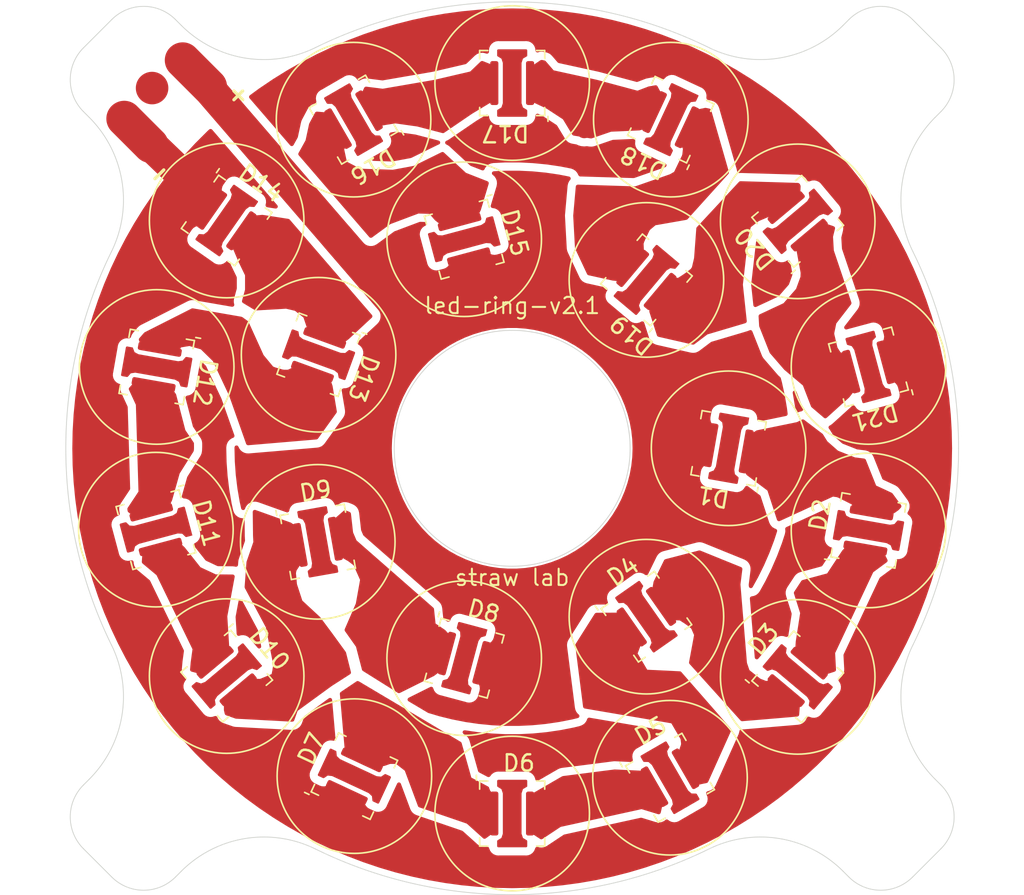
<source format=kicad_pcb>
(kicad_pcb (version 20221018) (generator pcbnew)
  (layers (0 "F.Cu" signal) (31 "B.Cu" signal) (34 "B.Paste" user) (35 "F.Paste" user) (36 "B.SilkS" user "B.Silkscreen") (37 "F.SilkS" user "F.Silkscreen") (38 "B.Mask" user) (39 "F.Mask" user) (44 "Edge.Cuts" user))
  (net 0 "")
  (net 1 "Net-(D1-K)")
  (net 2 "+VDC")
  (net 4 "Net-(D2-K)")
  (net 6 "Net-(D3-K)")
  (net 8 "Net-(D4-K)")
  (net 10 "Net-(D5-K)")
  (net 12 "Net-(D6-K)")
  (net 14 "-VDC")
  (net 16 "Net-(D8-K)")
  (net 18 "Net-(D10-A)")
  (net 20 "Net-(D10-K)")
  (net 22 "Net-(D11-K)")
  (net 24 "Net-(D12-K)")
  (net 26 "Net-(D13-K)")
  (net 29 "Net-(D15-K)")
  (net 31 "Net-(D16-K)")
  (net 33 "Net-(D17-K)")
  (net 35 "Net-(D18-K)")
  (net 37 "Net-(D19-K)")
  (net 39 "Net-(D20-K)")
  (footprint "victor_strawlab:TestPoint_Pad_D1.0mm_paste" (layer "F.Cu") (at -8.77 -14.37)
    (fp_text reference "TP13" hide)
    (fp_text value "TestPoint")
  )
  (footprint "victor_strawlab:OSRAM_SFH_4715AS_with_LISA4" (layer "F.Cu") (at -17.55 14 -140)
    (fp_text reference "D10")
    (fp_text value "LED_Pad")
  )
  (footprint "victor_strawlab:TestPoint_Pad_D1.0mm_paste" (layer "F.Cu") (at -4.25 18.54)
    (fp_text reference "TP6" hide)
    (fp_text value "TestPoint")
  )
  (footprint "victor_strawlab:TestPoint_Pad_D1.0mm_paste" (layer "F.Cu") (at 5.08 15.29)
    (fp_text reference "TP4" hide)
    (fp_text value "TestPoint")
  )
  (footprint "victor_strawlab:OSRAM_SFH_4715AS_with_LISA4" (layer "F.Cu") (at -9.75 -20.2 120)
    (fp_text reference "D16")
    (fp_text value "LED_Pad")
  )
  (footprint "victor_strawlab:OSRAM_SFH_4715AS_with_LISA4" (layer "F.Cu") (at 0 22.45 -90)
    (fp_text reference "D6")
    (fp_text value "LED_Pad")
  )
  (footprint "victor_strawlab:OSRAM_SFH_4715AS_with_LISA4" (layer "F.Cu") (at -17.55 -14 -125)
    (fp_text reference "D14")
    (fp_text value "LED_Pad")
  )
  (footprint "victor_strawlab:OSRAM_SFH_4715AS_with_LISA4" (layer "F.Cu") (at 17.55 14.05 -40)
    (fp_text reference "D3")
    (fp_text value "LED_Pad")
  )
  (footprint "victor_strawlab:OSRAM_SFH_4715AS_with_LISA4" (layer "F.Cu") (at -9.7 20.15 -25)
    (fp_text reference "D7")
    (fp_text value "LED_Pad")
  )
  (footprint "victor_strawlab:TestPoint_Pad_D1.0mm_paste" (layer "F.Cu") (at 18.09 8.81)
    (fp_text reference "TP2" hide)
    (fp_text value "TestPoint")
  )
  (footprint "MountingHole:MountingHole_2.2mm_M2" (layer "F.Cu") (at 22 -22)
    (fp_text reference "REF**" hide)
    (fp_text value "MountingHole_2.2mm_M2")
  )
  (footprint "victor_strawlab:TestPoint_Pad_D1.0mm_paste" (layer "F.Cu") (at 4.9 -15.23)
    (fp_text reference "TP16" hide)
    (fp_text value "TestPoint")
  )
  (footprint "victor_strawlab:TestPoint_Pad_D1.0mm_paste" (layer "F.Cu") (at -15.74 -1.26)
    (fp_text reference "TP11" hide)
    (fp_text value "TestPoint")
  )
  (footprint "victor_strawlab:OSRAM_SFH_4715AS_with_LISA4" (layer "F.Cu") (at 21.9 -5 105)
    (fp_text reference "D21")
    (fp_text value "LED_Pad")
  )
  (footprint "victor_strawlab:OSRAM_SFH_4715AS_with_LISA4" (layer "F.Cu") (at 9.7 20.25 -60)
    (fp_text reference "D5")
    (fp_text value "LED_Pad")
  )
  (footprint "victor_strawlab:OSRAM_SFH_4715AS_with_LISA4" (layer "F.Cu") (at -2.95 -12.85 -165)
    (fp_text reference "D15")
    (fp_text value "LED_Pad")
  )
  (footprint "victor_strawlab:TestPoint_Pad_D1.0mm_paste" (layer "F.Cu") (at 16.71 -7.81)
    (fp_text reference "TP18" hide)
    (fp_text value "TestPoint")
  )
  (footprint "victor_strawlab:TestPoint_Pad_D1.0mm_paste" (layer "F.Cu") (at -12.34 -11.44)
    (fp_text reference "TP12" hide)
    (fp_text value "TestPoint")
  )
  (footprint "victor_strawlab:OSRAM_SFH_4715AS_with_LISA4" (layer "F.Cu") (at -21.85 -5 170)
    (fp_text reference "D12")
    (fp_text value "LED_Pad")
  )
  (footprint "victor_strawlab:TestPoint_Pad_D1.0mm_paste" (layer "F.Cu") (at 4.67 20.59)
    (fp_text reference "TP5" hide)
    (fp_text value "TestPoint")
  )
  (footprint "victor_strawlab:OSRAM_SFH_4715AS_with_LISA4" (layer "F.Cu") (at 9.75 -20.2 65)
    (fp_text reference "D18")
    (fp_text value "LED_Pad")
  )
  (footprint "MountingHole:MountingHole_2.2mm_M2" (layer "F.Cu") (at 22 22)
    (fp_text reference "REF**" hide)
    (fp_text value "MountingHole_2.2mm_M2")
  )
  (footprint "victor_strawlab:OSRAM_SFH_4715AS_with_LISA4" (layer "F.Cu") (at -21.9 5 -165)
    (fp_text reference "D11")
    (fp_text value "LED_Pad")
  )
  (footprint "victor_strawlab:OSRAM_SFH_4715AS_with_LISA4" (layer "F.Cu") (at 8.25 -10.35 50)
    (fp_text reference "D19")
    (fp_text value "LED_Pad")
  )
  (footprint "victor_strawlab:OSRAM_SFH_4715AS_with_LISA4" (layer "F.Cu") (at -2.95 12.9 -105)
    (fp_text reference "D8")
    (fp_text value "LED_Pad")
  )
  (footprint "victor_strawlab:TestPoint_Pad_D1.0mm_paste" (layer "F.Cu") (at 13.37 -8.43)
    (fp_text reference "TP17" hide)
    (fp_text value "TestPoint")
  )
  (footprint "victor_strawlab:TestPoint_Pad_D1.0mm_paste" (layer "F.Cu") (at 13.38 7.82)
    (fp_text reference "TP3" hide)
    (fp_text value "TestPoint")
  )
  (footprint "victor_strawlab:TestPoint_Pad_D1.0mm_paste" (layer "F.Cu") (at -11.88 11.87)
    (fp_text reference "TP8" hide)
    (fp_text value "TestPoint")
  )
  (footprint "victor_strawlab:TestPoint_Pad_D1.0mm_paste" (layer "F.Cu") (at -8.72 10.9)
    (fp_text reference "TP7" hide)
    (fp_text value "TestPoint")
  )
  (footprint "victor_strawlab:TestPoint_Pad_D1.0mm_paste" (layer "F.Cu") (at -4.43 -19.97)
    (fp_text reference "TP14" hide)
    (fp_text value "TestPoint")
  )
  (footprint "victor_strawlab:OSRAM_SFH_4715AS_with_LISA4" (layer "F.Cu") (at 17.55 -13.95 40)
    (fp_text reference "D20")
    (fp_text value "LED_Pad")
  )
  (footprint "victor_strawlab:TestPoint_Pad_D1.0mm_paste" (layer "F.Cu") (at -20.06 -0.04)
    (fp_text reference "TP10" hide)
    (fp_text value "TestPoint")
  )
  (footprint "victor_strawlab:TestPoint_Pad_D1.0mm_paste" (layer "F.Cu") (at -17.78 8.49)
    (fp_text reference "TP9" hide)
    (fp_text value "TestPoint")
  )
  (footprint "victor_strawlab:OSRAM_SFH_4715AS_with_LISA4" (layer "F.Cu") (at -11.95 5.75 -80)
    (fp_text reference "D9")
    (fp_text value "LED_Pad")
  )
  (footprint "victor_strawlab:TestPoint_Pad_D1.0mm_paste" (layer "F.Cu") (at 4.43 -19.56)
    (fp_text reference "TP15" hide)
    (fp_text value "TestPoint")
  )
  (footprint "victor_strawlab:OSRAM_SFH_4715AS_with_LISA4" (layer "F.Cu") (at 8.25 10.35 -55)
    (fp_text reference "D4")
    (fp_text value "LED_Pad")
  )
  (footprint "victor_strawlab:OSRAM_SFH_4715AS_with_LISA4" (layer "F.Cu") (at 13.3 0 80)
    (fp_text reference "D1")
    (fp_text value "LED_Pad")
  )
  (footprint "victor_strawlab:OSRAM_SFH_4715AS_with_LISA4" (layer "F.Cu") (at 21.9 5.05 -10)
    (fp_text reference "D2")
    (fp_text value "LED_Pad")
  )
  (footprint "victor_strawlab:TestPoint_Pad_D1.0mm_paste" (layer "F.Cu") (at 18.92 0.11)
    (fp_text reference "TP1" hide)
    (fp_text value "TestPoint")
  )
  (footprint "MountingHole:MountingHole_2.2mm_M2" (layer "F.Cu") (at -22 22)
    (fp_text reference "REF**" hide)
    (fp_text value "MountingHole_2.2mm_M2")
  )
  (footprint "victor_strawlab:OSRAM_SFH_4715AS_with_LISA4" (layer "F.Cu") (at -11.9 -5.75 160)
    (fp_text reference "D13")
    (fp_text value "LED_Pad")
  )
  (footprint "victor_strawlab:OSRAM_SFH_4715AS_with_LISA4" (layer "F.Cu") (at 0 -22.45 90)
    (fp_text reference "D17")
    (fp_text value "LED_Pad")
  )
  (footprint "victor_strawlab:strawlab_led_conn_M_smd" (layer "F.Cu") (at -21.236051 -21.243949 -45)
    (fp_text reference "J1" hide)
    (fp_text value "Conn_01x02_Pin")
  )
  (gr_arc (start 20.696256 -26.353144) (mid 22.6541 -27.16411) (end 24.611944 -26.353144) (stroke (width 0.05)) (layer "Edge.Cuts"))
  (gr_line (start -24.612 26.3531) (end -26.3531 24.612) (stroke (width 0.05)) (layer "Edge.Cuts"))
  (gr_arc (start -24.628615 12.09388) (mid -23.990027 16.436758) (end -25.997289 20.340511) (stroke (width 0.05)) (layer "Edge.Cuts"))
  (gr_arc (start -12.09375 -24.628725) (mid 0.000072 -27.4378) (end 12.093879 -24.628661) (stroke (width 0.05)) (layer "Edge.Cuts"))
  (gr_line (start 24.612 -26.3531) (end 26.3531 -24.612) (stroke (width 0.05)) (layer "Edge.Cuts"))
  (gr_arc (start 24.628661 -12.093879) (mid 26.72629 -6.207922) (end 27.4378 0) (stroke (width 0.05)) (layer "Edge.Cuts"))
  (gr_line (start 20.3405 -25.9973) (end 20.6963 -26.3531) (stroke (width 0.05)) (layer "Edge.Cuts"))
  (gr_line (start -20.6963 -26.3531) (end -20.3405 -25.9973) (stroke (width 0.05)) (layer "Edge.Cuts"))
  (gr_arc (start 12.093879 24.628661) (mid 0.000072 27.4378) (end -12.09375 24.628725) (stroke (width 0.05)) (layer "Edge.Cuts"))
  (gr_arc (start 26.353144 -24.611944) (mid 27.16411 -22.6541) (end 26.353144 -20.696256) (stroke (width 0.05)) (layer "Edge.Cuts"))
  (gr_arc (start 20.340511 -25.997289) (mid 16.436777 -23.99003) (end 12.093914 -24.628599) (stroke (width 0.05)) (layer "Edge.Cuts"))
  (gr_line (start 26.3531 -20.6963) (end 25.9973 -20.3405) (stroke (width 0.05)) (layer "Edge.Cuts"))
  (gr_arc (start -20.696256 26.353144) (mid -22.6541 27.16411) (end -24.611944 26.353144) (stroke (width 0.05)) (layer "Edge.Cuts"))
  (gr_circle (center 0 0) (end 7.25 0) (stroke (width 0.05)) (fill none) (layer "Edge.Cuts"))
  (gr_line (start 20.6963 26.3531) (end 20.3405 25.9973) (stroke (width 0.05)) (layer "Edge.Cuts"))
  (gr_arc (start -24.628725 12.09375) (mid -27.4378 0) (end -24.628725 -12.09375) (stroke (width 0.05)) (layer "Edge.Cuts"))
  (gr_arc (start -25.997289 -20.340511) (mid -23.990027 -16.436758) (end -24.628615 -12.09388) (stroke (width 0.05)) (layer "Edge.Cuts"))
  (gr_arc (start 27.4378 0) (mid 26.72629 6.207922) (end 24.628661 12.093879) (stroke (width 0.05)) (layer "Edge.Cuts"))
  (gr_arc (start 12.093914 24.628599) (mid 16.436777 23.990031) (end 20.340511 25.997289) (stroke (width 0.05)) (layer "Edge.Cuts"))
  (gr_arc (start 24.628599 -12.093914) (mid 23.990031 -16.436777) (end 25.997289 -20.340511) (stroke (width 0.05)) (layer "Edge.Cuts"))
  (gr_line (start -25.9973 -20.3405) (end -26.3531 -20.6963) (stroke (width 0.05)) (layer "Edge.Cuts"))
  (gr_arc (start -20.340511 25.997289) (mid -16.436758 23.990027) (end -12.09388 24.628615) (stroke (width 0.05)) (layer "Edge.Cuts"))
  (gr_arc (start 26.353144 20.696256) (mid 27.16411 22.6541) (end 26.353144 24.611944) (stroke (width 0.05)) (layer "Edge.Cuts"))
  (gr_arc (start -26.353144 -20.696256) (mid -27.16411 -22.6541) (end -26.353144 -24.611944) (stroke (width 0.05)) (layer "Edge.Cuts"))
  (gr_arc (start 24.611944 26.353144) (mid 22.6541 27.16411) (end 20.696256 26.353144) (stroke (width 0.05)) (layer "Edge.Cuts"))
  (gr_line (start 26.3531 24.612) (end 24.612 26.3531) (stroke (width 0.05)) (layer "Edge.Cuts"))
  (gr_arc (start -12.09388 -24.628615) (mid -16.436758 -23.990027) (end -20.340511 -25.997289) (stroke (width 0.05)) (layer "Edge.Cuts"))
  (gr_line (start 25.9973 20.3405) (end 26.3531 20.6963) (stroke (width 0.05)) (layer "Edge.Cuts"))
  (gr_arc (start -26.353144 24.611944) (mid -27.16411 22.6541) (end -26.353144 20.696256) (stroke (width 0.05)) (layer "Edge.Cuts"))
  (gr_line (start -20.3405 25.9973) (end -20.6963 26.3531) (stroke (width 0.05)) (layer "Edge.Cuts"))
  (gr_line (start -26.3531 20.6963) (end -25.9973 20.3405) (stroke (width 0.05)) (layer "Edge.Cuts"))
  (gr_arc (start 25.997289 20.340511) (mid 23.99003 16.436777) (end 24.628599 12.093914) (stroke (width 0.05)) (layer "Edge.Cuts"))
  (gr_arc (start -24.611944 -26.353144) (mid -22.6541 -27.16411) (end -20.696256 -26.353144) (stroke (width 0.05)) (layer "Edge.Cuts"))
  (gr_line (start -26.3531 -24.612) (end -24.612 -26.3531) (stroke (width 0.05)) (layer "Edge.Cuts"))
  (gr_text "led-ring-v2.1" (at 0 -8.18) (layer "F.SilkS") (effects (font (size 1 1) (thickness 0.125)) (justify bottom)))
  (gr_text "straw lab" (at 0 8.53) (layer "F.SilkS") (effects (font (size 1 1) (thickness 0.125)) (justify bottom)))
  (segment (start 20.4 3.1) (end 14.383289 0.191013) (width 0.2) (layer "F.Cu") (net 1))
  (segment (start 22.091013 3.966711) (end 20.4 3.1) (width 0.2) (layer "F.Cu") (net 1))
  (segment (start -2.75 9) (end -0.6 9.4) (width 0.2) (layer "F.Cu") (net 2))
  (segment (start -2.665299 -11.787482) (end -1.8 -9.5) (width 0.2) (layer "F.Cu") (net 2))
  (segment (start -19.44 -23.04) (end -6.72 -8.29) (width 2) (layer "F.Cu") (net 2))
  (segment (start -1.887482 13.184701) (end -0.9 11.65) (width 0.2) (layer "F.Cu") (net 2))
  (segment (start -8.35 4.65) (end -2.75 9) (width 0.2) (layer "F.Cu") (net 2))
  (segment (start 6.1 7.5) (end 10 -0.15) (width 0.2) (layer "F.Cu") (net 2))
  (segment (start -0.6 9.4) (end 6.1 7.5) (width 0.2) (layer "F.Cu") (net 2))
  (segment (start -1.8 -9.5) (end -8 -4.85) (width 0.2) (layer "F.Cu") (net 2))
  (segment (start 6.25 -7.35) (end -1.8 -9.5) (width 0.2) (layer "F.Cu") (net 2))
  (segment (start 10 -0.15) (end 6.25 -7.35) (width 0.2) (layer "F.Cu") (net 2))
  (segment (start -8 -4.85) (end -8.35 4.65) (width 0.2) (layer "F.Cu") (net 2))
  (segment (start 10 -0.15) (end 12.216711 -0.191013) (width 0.2) (layer "F.Cu") (net 2))
  (segment (start -0.9 11.65) (end -0.6 9.4) (width 0.2) (layer "F.Cu") (net 2))
  (segment (start 18.257066 13.207351) (end 21.708987 6.133289) (width 0.2) (layer "F.Cu") (net 4))
  (segment (start 15.2 14.25) (end 16.842934 14.892649) (width 0.2) (layer "F.Cu") (net 6))
  (segment (start 10.75 10.75) (end 15.2 14.25) (width 0.2) (layer "F.Cu") (net 6))
  (segment (start 9.151067 9.719066) (end 10.75 10.75) (width 0.2) (layer "F.Cu") (net 6))
  (segment (start 10.45 17.85) (end 7.5 12.8) (width 0.2) (layer "F.Cu") (net 8))
  (segment (start 7.5 12.8) (end 7.348933 10.980934) (width 0.2) (layer "F.Cu") (net 8))
  (segment (start 10.652628 19.7) (end 10.45 17.85) (width 0.2) (layer "F.Cu") (net 8))
  (segment (start 1.1 22.45) (end 8.747372 20.8) (width 0.2) (layer "F.Cu") (net 10))
  (segment (start -7.2 19.1) (end -1.1 22.45) (width 0.2) (layer "F.Cu") (net 12))
  (segment (start -9.23512 19.153061) (end -7.2 19.1) (width 0.2) (layer "F.Cu") (net 12))
  (segment (start -20.25 16.1) (end -24.95 5.65) (width 0.2) (layer "F.Cu") (net 14))
  (segment (start -24.95 5.65) (end -24.982287 -1.55) (width 0.2) (layer "F.Cu") (net 14))
  (segment (start 25.1 5.45) (end 20.25 16.1) (width 0.2) (layer "F.Cu") (net 14))
  (segment (start 11.4 23.15) (end 0.05 25.95) (width 0.2) (layer "F.Cu") (net 14))
  (segment (start -11 23.1) (end -20.25 16.1) (width 0.2) (layer "F.Cu") (net 14))
  (segment (start -10.16488 21.146939) (end -11 23.1) (width 0.2) (layer "F.Cu") (net 14))
  (segment (start -24.8 -5.55) (end -20.05 -15.95) (width 0.2) (layer "F.Cu") (net 14))
  (segment (start 19.95 -16.15) (end 24.8 -6.1) (width 0.2) (layer "F.Cu") (net 14))
  (segment (start 24.8 -6.1) (end 25.1 5.45) (width 0.2) (layer "F.Cu") (net 14))
  (segment (start -24.982287 -1.55) (end -24.8 -5.55) (width 0.2) (layer "F.Cu") (net 14))
  (segment (start -0.15 -26) (end 11.25 -23.4) (width 0.2) (layer "F.Cu") (net 14))
  (segment (start 22.962518 -5.284701) (end 24.8 -6.1) (width 0.2) (layer "F.Cu") (net 14))
  (segment (start -18.451067 -14.630934) (end -20.05 -15.95) (width 0.2) (layer "F.Cu") (net 14))
  (segment (start 20.25 16.1) (end 11.4 23.15) (width 0.2) (layer "F.Cu") (net 14))
  (segment (start -23.032102 -19.447898) (end -20.18 -16.7) (width 2) (layer "F.Cu") (net 14))
  (segment (start -11.5 -23.3) (end -0.15 -26) (width 0.2) (layer "F.Cu") (net 14))
  (segment (start 0.05 25.95) (end -11 23.1) (width 0.2) (layer "F.Cu") (net 14))
  (segment (start 11.25 -23.4) (end 19.95 -16.15) (width 0.2) (layer "F.Cu") (net 14))
  (segment (start -10.866711 5.558987) (end -4.012518 12.615299) (width 0.2) (layer "F.Cu") (net 16))
  (segment (start -14.7 13.95) (end -13.033289 5.941013) (width 0.2) (layer "F.Cu") (net 18))
  (segment (start -16.842934 14.842649) (end -14.7 13.95) (width 0.2) (layer "F.Cu") (net 18))
  (segment (start -21.615299 6.062518) (end -18.257066 13.157351) (width 0.2) (layer "F.Cu") (net 20))
  (segment (start -22.041013 -3.916711) (end -22.184701 3.937482) (width 0.2) (layer "F.Cu") (net 22))
  (segment (start -19.84 -6.39) (end -14.09 -4.73) (width 0.2) (layer "F.Cu") (net 24))
  (segment (start -14.09 -4.73) (end -12.276222 -4.716338) (width 0.2) (layer "F.Cu") (net 24))
  (segment (start -21.658987 -6.083289) (end -19.84 -6.39) (width 0.2) (layer "F.Cu") (net 24))
  (segment (start -16.648933 -13.369066) (end -11.523778 -6.783662) (width 0.2) (layer "F.Cu") (net 26))
  (segment (start -3.234701 -13.912518) (end -10.25 -17.55) (width 0.2) (layer "F.Cu") (net 29))
  (segment (start -10.25 -17.55) (end -10.702628 -19.65) (width 0.2) (layer "F.Cu") (net 29))
  (segment (start -8.797372 -20.75) (end -1.1 -22.45) (width 0.2) (layer "F.Cu") (net 31))
  (segment (start 1.1 -22.45) (end 8.753061 -20.66488) (width 0.2) (layer "F.Cu") (net 33))
  (segment (start 8.05 -12.8) (end 7.407351 -11.057066) (width 0.2) (layer "F.Cu") (net 35))
  (segment (start 10.55 -18) (end 8.05 -12.8) (width 0.2) (layer "F.Cu") (net 35))
  (segment (start 10.746939 -19.73512) (end 10.55 -18) (width 0.2) (layer "F.Cu") (net 35))
  (segment (start 10.65 -10.65) (end 15.1 -14.05) (width 0.2) (layer "F.Cu") (net 37))
  (segment (start 15.1 -14.05) (end 16.842934 -14.792649) (width 0.2) (layer "F.Cu") (net 37))
  (segment (start 9.092649 -9.642934) (end 10.65 -10.65) (width 0.2) (layer "F.Cu") (net 37))
  (segment (start 18.257066 -13.107351) (end 19.9 -6.15) (width 0.2) (layer "F.Cu") (net 39))
  (segment (start 19.9 -6.15) (end 20.837482 -4.715299) (width 0.2) (layer "F.Cu") (net 39))
  (zone (net 26) (net_name "Net-(D13-K)") (layer "F.Cu") (priority 3) (connect_pads yes (clearance 0.5)) (min_thickness 0.25) (fill yes (thermal_gap 0.5) (thermal_bridge_width 0.5) (island_removal_mode 1) (island_area_min 10))
    (polygon (pts (xy -17.26 -12.5) (xy -16.83 -11.48) (xy -16.42 -10.63) (xy -16.42 -9.75) (xy -16.63 -8.98) (xy -15.78 -8.47) (xy -13.9 -8.58) (xy -13.35 -8.45) (xy -12.83 -8.04) (xy -12.55 -7.21) (xy -10.45 -6.41) (xy -10.05 -6.71) (xy -8.55 -8.1) (xy -8.52 -9.55) (xy -8.97 -9.84) (xy -9.51 -11.8) (xy -12.27 -13.87) (xy -15.35 -14.35) (xy -15.97 -14.3)))
  )
  (zone (net 37) (net_name "Net-(D19-K)") (layer "F.Cu") (priority 3) (connect_pads yes (clearance 0.5)) (min_thickness 0.25) (fill yes (thermal_gap 0.5) (thermal_bridge_width 0.5) (island_removal_mode 1) (island_area_min 10))
    (polygon (pts (xy 8.43 -8.88) (xy 8.43 -8.39) (xy 8.92 -6.87) (xy 11.15 -6.36) (xy 12 -7) (xy 14.43 -7.72) (xy 14.18 -10.06) (xy 14.52 -13.04) (xy 14.72 -13.79) (xy 15.32 -14.18) (xy 15.61 -14.28) (xy 15.99 -14.1) (xy 17.7 -15.47) (xy 17.73 -16.14) (xy 17.64 -16.31) (xy 13.98 -16.42) (xy 11.32 -13.56) (xy 11.18 -11.69) (xy 11.05 -11.14) (xy 10.85 -10.81) (xy 10.35 -10.46) (xy 9.8 -10.51)))
  )
  (zone (net 22) (net_name "Net-(D11-K)") (layer "F.Cu") (priority 3) (connect_pads yes (clearance 0.5)) (min_thickness 0.25) (fill yes (thermal_gap 0.5) (thermal_bridge_width 0.5) (island_removal_mode 1) (island_area_min 10))
    (polygon (pts (xy -21.09 3.6) (xy -20.9 3.18) (xy -20.44 1.55) (xy -19.57 0.17) (xy -19.56 -0.1) (xy -19.56 -0.33) (xy -20.09 -1.12) (xy -20.66 -3.32) (xy -20.97 -3.77) (xy -23.14 -4.16) (xy -23.59 -3.67) (xy -23.13 -2.67) (xy -22.97 2.66) (xy -23.66 3.7) (xy -23.63 3.9) (xy -23.23 4.22)))
  )
  (zone (net 24) (net_name "Net-(D12-K)") (layer "F.Cu") (priority 3) (connect_pads yes (clearance 0.5)) (min_thickness 0.25) (fill yes (thermal_gap 0.5) (thermal_bridge_width 0.5) (island_removal_mode 1) (island_area_min 10))
    (polygon (pts (xy -22.79 -6.26) (xy -22.97 -6.71) (xy -22.61 -7.12) (xy -19.67 -8.61) (xy -16.61 -8.08) (xy -16.22 -7.8) (xy -15.28 -5.73) (xy -14.7 -5.03) (xy -14.07 -4.69) (xy -13.26 -5.08) (xy -11.2 -4.31) (xy -11.04 -3.83) (xy -10.77 -2.22) (xy -11.97 -0.55) (xy -16.32 -0.18) (xy -17.4 -3.24) (xy -18.4 -5.36) (xy -19.37 -6.31) (xy -19.82 -6.41) (xy -20.32 -6.28) (xy -20.53 -5.86)))
  )
  (zone (net 39) (net_name "Net-(D20-K)") (layer "F.Cu") (priority 3) (connect_pads yes (clearance 0.5)) (min_thickness 0.25) (fill yes (thermal_gap 0.5) (thermal_bridge_width 0.5) (island_removal_mode 1) (island_area_min 10))
    (polygon (pts (xy 17.43 -12.41) (xy 17.73 -10.78) (xy 17.72 -10.54) (xy 17.45 -9.8) (xy 16.68 -8.92) (xy 15.14 -8.2) (xy 15.18 -7.5) (xy 15.83 -5.86) (xy 16.72 -4.83) (xy 17.87 -3.86) (xy 18.38 -2.54) (xy 19.25 -1.8) (xy 20.72 -3.13) (xy 21.1 -3.62) (xy 20.54 -5.85) (xy 20.09 -5.9) (xy 19.85 -6.24) (xy 19.74 -6.81) (xy 19.92 -7.67) (xy 20.87 -8.9) (xy 19.77 -12.16) (xy 19.72 -13) (xy 19.87 -13.61) (xy 19.11 -13.87)))
  )
  (zone (net 33) (net_name "Net-(D17-K)") (layer "F.Cu") (priority 3) (connect_pads yes (clearance 0.5)) (min_thickness 0.25) (fill yes (thermal_gap 0.5) (thermal_bridge_width 0.5) (island_removal_mode 1) (island_area_min 10))
    (polygon (pts (xy 1.12 -23.44) (xy 1.78 -23.88) (xy 2.03 -23.83) (xy 2.55 -23.23) (xy 5.2 -22.65) (xy 7.7 -21.98) (xy 8.38 -22.24) (xy 8.89 -22.33) (xy 9.23 -21.69) (xy 8.31 -19.68) (xy 7.83 -19.54) (xy 6.08 -19.46) (xy 4.86 -19.04) (xy 3.72 -19.23) (xy 3.12 -20.22) (xy 2.11 -20.88) (xy 1.08 -21.36)))
  )
  (zone (net 29) (net_name "Net-(D15-K)") (layer "F.Cu") (priority 3) (connect_pads yes (clearance 0.5)) (min_thickness 0.25) (fill yes (thermal_gap 0.5) (thermal_bridge_width 0.5) (island_removal_mode 1) (island_area_min 10))
    (polygon (pts (xy -11.23 -20.63) (xy -12.08 -20.7) (xy -12.48 -19.95) (xy -12.7 -18.93) (xy -13.32 -17.81) (xy -11.85 -14.52) (xy -9.24 -12.5) (xy -7.49 -13.78) (xy -5.76 -14.43) (xy -5.09 -14.41) (xy -4.74 -14.01) (xy -4.27 -13.64) (xy -2.14 -14.21) (xy -1.93 -14.64) (xy -1.41 -16.37) (xy -2.84 -16.93) (xy -4.26 -18.24) (xy -6.05 -17.36) (xy -7.34 -17.12) (xy -9.44 -17.19) (xy -10.17 -17.45) (xy -10.33 -17.88) (xy -10.39 -18.25) (xy -10.15 -18.72)))
  )
  (zone (net 1) (net_name "Net-(D1-K)") (layer "F.Cu") (priority 3) (connect_pads yes (clearance 0.5)) (min_thickness 0.25) (fill yes (thermal_gap 0.5) (thermal_bridge_width 0.5) (island_removal_mode 1) (island_area_min 10))
    (polygon (pts (xy 14.59 -0.82) (xy 15.02 -1.1) (xy 17.51 -1.61) (xy 17.88 -1.8) (xy 19.09 -0.88) (xy 19.37 -0.43) (xy 20.03 0.15) (xy 21.07 0.56) (xy 21.71 0.64) (xy 22.37 2.29) (xy 23.36 2.75) (xy 23.96 3.57) (xy 23.76 3.79) (xy 23.2 4.2) (xy 21 3.76) (xy 20.82 3.32) (xy 20.29 3.05) (xy 19.72 2.97) (xy 16.32 4.53) (xy 15.69 2.6) (xy 14.41 1.64) (xy 14.2 1.3)))
  )
  (zone (net 35) (net_name "Net-(D18-K)") (layer "F.Cu") (priority 3) (connect_pads yes (clearance 0.5)) (min_thickness 0.25) (fill yes (thermal_gap 0.5) (thermal_bridge_width 0.5) (island_removal_mode 1) (island_area_min 10))
    (polygon (pts (xy 10.31 -18.77) (xy 10.59 -18.22) (xy 10.56 -17.98) (xy 10.13 -17.1) (xy 9.71 -16.85) (xy 7.56 -16.1) (xy 3.92 -16.21) (xy 3.75 -14.3) (xy 3.86 -12.29) (xy 4.63 -10.65) (xy 6.17 -10.31) (xy 6.75 -10.25) (xy 8.11 -11.88) (xy 8.07 -12.73) (xy 8.32 -13.3) (xy 8.81 -13.71) (xy 10.75 -14.05) (xy 13.34 -16.92) (xy 12.21 -20.86) (xy 11.88 -20.93) (xy 11.21 -20.79)))
  )
  (zone (net 31) (net_name "Net-(D16-K)") (layer "F.Cu") (priority 3) (connect_pads yes (clearance 0.5)) (min_thickness 0.25) (fill yes (thermal_gap 0.5) (thermal_bridge_width 0.5) (island_removal_mode 1) (island_area_min 10))
    (polygon (pts (xy -9.31 -21.68) (xy -9.06 -22.24) (xy -7.96 -22.1) (xy -4.77 -22.65) (xy -2.58 -23.16) (xy -1.88 -23.83) (xy -1.1 -23.52) (xy -1.16 -21.35) (xy -2.47 -20.56) (xy -4.23 -19.36) (xy -5.84 -19.78) (xy -7.19 -19.97) (xy -8.24 -19.8)))
  )
  (zone (net 10) (net_name "Net-(D5-K)") (layer "F.Cu") (priority 3) (connect_pads yes (clearance 0.5)) (min_thickness 0.25) (fill yes (thermal_gap 0.5) (thermal_bridge_width 0.5) (island_removal_mode 1) (island_area_min 10))
    (polygon (pts (xy 8.18 19.83) (xy 6.29 19.74) (xy 3.09 20.15) (xy 1.1 21.3) (xy 1.07 23.59) (xy 1.79 24.06) (xy 2.98 23.27) (xy 7.95 22.18) (xy 9.1 22.53) (xy 9.28 21.73)))
  )
  (zone (net 2) (net_name "+VDC") (layer "F.Cu") (priority 1) (connect_pads yes (clearance 0.5)) (min_thickness 0.25) (fill yes (thermal_gap 0.5) (thermal_bridge_width 0.5))
    (polygon (pts (xy 17.0689 0) (xy 17.048967 -0.824656) (xy 16.989216 -1.647386) (xy 16.889786 -2.466269) (xy 16.750909 -3.279392) (xy 16.572909 -4.084855) (xy 16.356202 -4.880778) (xy 16.101295 -5.665302) (xy 15.808782 -6.436594) (xy 15.479348 -7.192853) (xy 15.11376 -7.932313) (xy 14.712874 -8.653247) (xy 14.277625 -9.353971) (xy 13.80903 -10.032848) (xy 13.308184 -10.688293) (xy 12.776255 -11.318774) (xy 12.214487 -11.922821) (xy 11.624192 -12.499021) (xy 11.006747 -13.046029) (xy 10.363596 -13.562567) (xy 9.69624 -14.047429) (xy 9.006239 -14.499483) (xy 8.295202 -14.917673) (xy 7.564792 -15.301022) (xy 6.816714 -15.648634) (xy 6.052715 -15.959699) (xy 5.27458 -16.233489) (xy 4.484126 -16.469364) (xy 3.683199 -16.666775) (xy 2.87367 -16.82526) (xy 2.057429 -16.944449) (xy 1.236382 -17.024063) (xy 0.412449 -17.063916) (xy -0.412449 -17.063916) (xy -1.236382 -17.024063) (xy -2.057429 -16.944449) (xy -2.87367 -16.82526) (xy -3.683199 -16.666775) (xy -4.484126 -16.469364) (xy -5.27458 -16.233489) (xy -6.052715 -15.959699) (xy -6.816714 -15.648634) (xy -7.564792 -15.301022) (xy -8.295202 -14.917673) (xy -9.006239 -14.499483) (xy -9.69624 -14.047429) (xy -10.363596 -13.562567) (xy -11.006747 -13.046029) (xy -11.624192 -12.499021) (xy -12.214487 -11.922821) (xy -12.776255 -11.318774) (xy -13.308184 -10.688293) (xy -13.80903 -10.032848) (xy -14.277625 -9.353971) (xy -14.712874 -8.653247) (xy -15.11376 -7.932313) (xy -15.479348 -7.192853) (xy -15.808782 -6.436594) (xy -16.101295 -5.665302) (xy -16.356202 -4.880778) (xy -16.572909 -4.084855) (xy -16.750909 -3.279392) (xy -16.889786 -2.466269) (xy -16.989216 -1.647386) (xy -17.048967 -0.824656) (xy -17.0689 0) (xy -17.048967 0.824656) (xy -16.989216 1.647386) (xy -16.889786 2.466269) (xy -16.750909 3.279392) (xy -16.572909 4.084855) (xy -16.356202 4.880778) (xy -16.101295 5.665302) (xy -15.808782 6.436594) (xy -15.479348 7.192853) (xy -15.11376 7.932313) (xy -14.712874 8.653247) (xy -14.277625 9.353971) (xy -13.80903 10.032848) (xy -13.308184 10.688293) (xy -12.776255 11.318774) (xy -12.214487 11.922821) (xy -11.624192 12.499021) (xy -11.006747 13.046029) (xy -10.363596 13.562567) (xy -9.69624 14.047429) (xy -9.006239 14.499483) (xy -8.295202 14.917673) (xy -7.564792 15.301022) (xy -6.816714 15.648634) (xy -6.052715 15.959699) (xy -5.27458 16.233489) (xy -4.484126 16.469364) (xy -3.683199 16.666775) (xy -2.87367 16.82526) (xy -2.057429 16.944449) (xy -1.236382 17.024063) (xy -0.412449 17.063916) (xy 0.412449 17.063916) (xy 1.236382 17.024063) (xy 2.057429 16.944449) (xy 2.87367 16.82526) (xy 3.683199 16.666775) (xy 4.484126 16.469364) (xy 5.27458 16.233489) (xy 6.052715 15.959699) (xy 6.816714 15.648634) (xy 7.564792 15.301022) (xy 8.295202 14.917673) (xy 9.006239 14.499483) (xy 9.69624 14.047429) (xy 10.363596 13.562567) (xy 11.006747 13.046029) (xy 11.624192 12.499021) (xy 12.214487 11.922821) (xy 12.776255 11.318774) (xy 13.308184 10.688293) (xy 13.80903 10.032848) (xy 14.277625 9.353971) (xy 14.712874 8.653247) (xy 15.11376 7.932313) (xy 15.479348 7.192853) (xy 15.808782 6.436594) (xy 16.101295 5.665302) (xy 16.356202 4.880778) (xy 16.572909 4.084855) (xy 16.750909 3.279392) (xy 16.889786 2.466269) (xy 16.989216 1.647386) (xy 17.048967 0.824656)))
  )
  (zone (net 4) (net_name "Net-(D2-K)") (layer "F.Cu") (priority 3) (connect_pads yes (clearance 0.5)) (min_thickness 0.25) (fill yes (thermal_gap 0.5) (thermal_bridge_width 0.5) (island_removal_mode 1) (island_area_min 10))
    (polygon (pts (xy 20.63 5.93) (xy 20.29 6.28) (xy 19.36 7.69) (xy 17.8 8.11) (xy 17.3 8.87) (xy 17.7 10.13) (xy 17.43 11.87) (xy 17.39 12.49) (xy 19.13 13.95) (xy 19.91 13.7) (xy 19.85 12.59) (xy 22.19 7.62) (xy 23.11 6.94) (xy 22.79 6.3)))
  )
  (zone (net 12) (net_name "Net-(D6-K)") (layer "F.Cu") (priority 3) (connect_pads yes (clearance 0.5)) (min_thickness 0.25) (fill yes (thermal_gap 0.5) (thermal_bridge_width 0.5) (island_removal_mode 1) (island_area_min 10))
    (polygon (pts (xy -1.1 23.6) (xy -1.71 24.04) (xy -2.79 23.07) (xy -5.77 22.05) (xy -6.6 19.82) (xy -7.14 19.4) (xy -7.5 19.4) (xy -8.22 19.65) (xy -10.28 18.67) (xy -10.6 15.02) (xy -9.5 14.28) (xy -3.12 18.07) (xy -2.51 20.24) (xy -1.29 20.89) (xy -1.09 21.28)))
  )
  (zone (net 8) (net_name "Net-(D4-K)") (layer "F.Cu") (priority 3) (connect_pads yes (clearance 0.5)) (min_thickness 0.25) (fill yes (thermal_gap 0.5) (thermal_bridge_width 0.5) (island_removal_mode 1) (island_area_min 10))
    (polygon (pts (xy 6.73 10.1) (xy 5.11 10.11) (xy 3.87 12.07) (xy 4.37 15.98) (xy 9.93 16.93) (xy 10.49 17.88) (xy 10.18 18.79) (xy 11.3 20.71) (xy 12.02 20.56) (xy 13.49 17.29) (xy 10.36 13.71) (xy 8.3 13.61) (xy 7.71 12.61) (xy 7.99 11.87)))
  )
  (zone (net 6) (net_name "Net-(D3-K)") (layer "F.Cu") (priority 3) (connect_pads yes (clearance 0.5)) (min_thickness 0.25) (fill yes (thermal_gap 0.5) (thermal_bridge_width 0.5) (island_removal_mode 1) (island_area_min 10))
    (polygon (pts (xy 15.98 14.22) (xy 15.44 14.34) (xy 15.16 14.22) (xy 14.65 13.83) (xy 14.43 13.19) (xy 14.03 8.37) (xy 14.16 7.34) (xy 11.52 6.27) (xy 9.36 6.83) (xy 8.69 8.2) (xy 8.57 8.88) (xy 9.74 10.56) (xy 10.58 10.59) (xy 10.95 10.95) (xy 11.18 11.48) (xy 10.86 13.21) (xy 14.08 16.78) (xy 17.63 16.48) (xy 17.7 15.63)))
  )
  (zone (net 0) (net_name "") (layer "F.Cu") (connect_pads (clearance 0)) (min_thickness 0.25)
    (keepout (tracks not_allowed) (vias not_allowed) (pads not_allowed) (copperpour not_allowed) (footprints allowed))
    (fill (thermal_gap 0.5) (thermal_bridge_width 0.5))
    (polygon (pts (xy 7.4 0) (xy 7.380259 -0.540165) (xy 7.321141 -1.077449) (xy 7.222961 -1.608983) (xy 7.086244 -2.131933) (xy 6.911719 -2.643509) (xy 6.700317 -3.14098) (xy 6.453166 -3.621692) (xy 6.171584 -4.083081) (xy 5.857074 -4.522685) (xy 5.511314 -4.938159) (xy 5.136149 -5.327286) (xy 4.73358 -5.687989) (xy 4.305756 -6.018344) (xy 3.854959 -6.316589) (xy 3.383593 -6.581132) (xy 2.894175 -6.810562) (xy 2.389315 -7.003654) (xy 1.871707 -7.159379) (xy 1.344113 -7.276906) (xy 0.809347 -7.355607) (xy 0.270263 -7.395063) (xy -0.270263 -7.395063) (xy -0.809347 -7.355607) (xy -1.344113 -7.276906) (xy -1.871707 -7.159379) (xy -2.389315 -7.003654) (xy -2.894175 -6.810562) (xy -3.383593 -6.581132) (xy -3.854959 -6.316589) (xy -4.305756 -6.018344) (xy -4.73358 -5.687989) (xy -5.136149 -5.327286) (xy -5.511314 -4.938159) (xy -5.857074 -4.522685) (xy -6.171584 -4.083081) (xy -6.453166 -3.621692) (xy -6.700317 -3.14098) (xy -6.911719 -2.643509) (xy -7.086244 -2.131933) (xy -7.222961 -1.608983) (xy -7.321141 -1.077449) (xy -7.380259 -0.540165) (xy -7.4 0) (xy -7.380259 0.540165) (xy -7.321141 1.077449) (xy -7.222961 1.608983) (xy -7.086244 2.131933) (xy -6.911719 2.643509) (xy -6.700317 3.14098) (xy -6.453166 3.621692) (xy -6.171584 4.083081) (xy -5.857074 4.522685) (xy -5.511314 4.938159) (xy -5.136149 5.327286) (xy -4.73358 5.687989) (xy -4.305756 6.018344) (xy -3.854959 6.316589) (xy -3.383593 6.581132) (xy -2.894175 6.810562) (xy -2.389315 7.003654) (xy -1.871707 7.159379) (xy -1.344113 7.276906) (xy -0.809347 7.355607) (xy -0.270263 7.395063) (xy 0.270263 7.395063) (xy 0.809347 7.355607) (xy 1.344113 7.276906) (xy 1.871707 7.159379) (xy 2.389315 7.003654) (xy 2.894175 6.810562) (xy 3.383593 6.581132) (xy 3.854959 6.316589) (xy 4.305756 6.018344) (xy 4.73358 5.687989) (xy 5.136149 5.327286) (xy 5.511314 4.938159) (xy 5.857074 4.522685) (xy 6.171584 4.083081) (xy 6.453166 3.621692) (xy 6.700317 3.14098) (xy 6.911719 2.643509) (xy 7.086244 2.131933) (xy 7.222961 1.608983) (xy 7.321141 1.077449) (xy 7.380259 0.540165)))
  )
  (zone (net 16) (net_name "Net-(D8-K)") (layer "F.Cu") (priority 3) (connect_pads yes (clearance 0.5)) (min_thickness 0.25) (fill yes (thermal_gap 0.5) (thermal_bridge_width 0.5) (island_removal_mode 1) (island_area_min 10))
    (polygon (pts (xy -3.74 11.58) (xy -4.12 11.17) (xy -4.71 10.77) (xy -4.81 9.83) (xy -9.57 5.66) (xy -9.78 5.17) (xy -9.92 3.94) (xy -10.3 3.79) (xy -11.06 4.45) (xy -10.65 6.61) (xy -10.08 6.94) (xy -9.75 7.19) (xy -9.35 8.09) (xy -9.61 9.54) (xy -10.32 11.18) (xy -9.6 12.2) (xy -9.22 13.66) (xy -6.97 15.07) (xy -4.8 13.99) (xy -4.3 13.61)))
  )
  (zone (net 20) (net_name "Net-(D10-K)") (layer "F.Cu") (priority 3) (connect_pads yes (clearance 0.5)) (min_thickness 0.25) (fill yes (thermal_gap 0.5) (thermal_bridge_width 0.5) (island_removal_mode 1) (island_area_min 10))
    (polygon (pts (xy -19.11 13.89) (xy -19.81 13.7) (xy -19.76 13.15) (xy -19.65 12.35) (xy -21.86 7.8) (xy -22.77 7.04) (xy -22.72 6.3) (xy -20.52 5.72) (xy -20.13 6.09) (xy -19.16 7.31) (xy -18.22 7.75) (xy -17.03 7.76) (xy -17.51 10.33) (xy -17.38 12.4)))
  )
  (zone (net 14) (net_name "-VDC") (layer "F.Cu") (connect_pads yes (clearance 0.5)) (min_thickness 0.25) (fill yes (thermal_gap 0.5) (thermal_bridge_width 0.5) (island_removal_mode 1) (island_area_min 10))
    (polygon (pts (xy 27.0378 0) (xy 27.017959 -1.035622) (xy 26.958466 -2.069723) (xy 26.859407 -3.100788) (xy 26.720928 -4.127301) (xy 26.543233 -5.147757) (xy 26.326582 -6.160658) (xy 26.071293 -7.164517) (xy 25.777741 -8.157861) (xy 25.446356 -9.139233) (xy 25.077626 -10.107191) (xy 24.67209 -11.060316) (xy 24.230345 -11.997208) (xy 23.753039 -12.916493) (xy 23.240871 -13.816821) (xy 22.694595 -14.696871) (xy 22.11501 -15.555351) (xy 21.50297 -16.391001) (xy 20.85937 -17.202596) (xy 20.185157 -17.988943) (xy 19.481319 -18.748889) (xy 18.748889 -19.481319) (xy 17.988943 -20.185157) (xy 17.202596 -20.85937) (xy 16.391001 -21.50297) (xy 15.555351 -22.11501) (xy 14.696871 -22.694595) (xy 13.816821 -23.240871) (xy 12.916493 -23.753039) (xy 11.997208 -24.230345) (xy 11.060316 -24.67209) (xy 10.107191 -25.077626) (xy 9.139233 -25.446356) (xy 8.157861 -25.777741) (xy 7.164517 -26.071293) (xy 6.160658 -26.326582) (xy 5.147757 -26.543233) (xy 4.127301 -26.720928) (xy 3.100788 -26.859407) (xy 2.069723 -26.958466) (xy 1.035622 -27.017959) (xy 0 -27.0378) (xy -1.035622 -27.017959) (xy -2.069723 -26.958466) (xy -3.100788 -26.859407) (xy -4.127301 -26.720928) (xy -5.147757 -26.543233) (xy -6.160658 -26.326582) (xy -7.164517 -26.071293) (xy -8.157861 -25.777741) (xy -9.139233 -25.446356) (xy -10.107191 -25.077626) (xy -11.060316 -24.67209) (xy -11.997208 -24.230345) (xy -12.916493 -23.753039) (xy -13.816821 -23.240871) (xy -14.696871 -22.694595) (xy -15.555351 -22.11501) (xy -16.391001 -21.50297) (xy -17.202596 -20.85937) (xy -17.988943 -20.185157) (xy -18.748889 -19.481319) (xy -19.481319 -18.748889) (xy -20.185157 -17.988943) (xy -20.85937 -17.202596) (xy -21.50297 -16.391001) (xy -22.11501 -15.555351) (xy -22.694595 -14.696871) (xy -23.240871 -13.816821) (xy -23.753039 -12.916493) (xy -24.230345 -11.997208) (xy -24.67209 -11.060316) (xy -25.077626 -10.107191) (xy -25.446356 -9.139233) (xy -25.777741 -8.157861) (xy -26.071293 -7.164517) (xy -26.326582 -6.160658) (xy -26.543233 -5.147757) (xy -26.720928 -4.127301) (xy -26.859407 -3.100788) (xy -26.958466 -2.069723) (xy -27.017959 -1.035622) (xy -27.0378 0) (xy -27.017959 1.035622) (xy -26.958466 2.069723) (xy -26.859407 3.100788) (xy -26.720928 4.127301) (xy -26.543233 5.147757) (xy -26.326582 6.160658) (xy -26.071293 7.164517) (xy -25.777741 8.157861) (xy -25.446356 9.139233) (xy -25.077626 10.107191) (xy -24.67209 11.060316) (xy -24.230345 11.997208) (xy -23.753039 12.916493) (xy -23.240871 13.816821) (xy -22.694595 14.696871) (xy -22.11501 15.555351) (xy -21.50297 16.391001) (xy -20.85937 17.202596) (xy -20.185157 17.988943) (xy -19.481319 18.748889) (xy -18.748889 19.481319) (xy -17.988943 20.185157) (xy -17.202596 20.85937) (xy -16.391001 21.50297) (xy -15.555351 22.11501) (xy -14.696871 22.694595) (xy -13.816821 23.240871) (xy -12.916493 23.753039) (xy -11.997208 24.230345) (xy -11.060316 24.67209) (xy -10.107191 25.077626) (xy -9.139233 25.446356) (xy -8.157861 25.777741) (xy -7.164517 26.071293) (xy -6.160658 26.326582) (xy -5.147757 26.543233) (xy -4.127301 26.720928) (xy -3.100788 26.859407) (xy -2.069723 26.958466) (xy -1.035622 27.017959) (xy 0 27.0378) (xy 1.035622 27.017959) (xy 2.069723 26.958466) (xy 3.100788 26.859407) (xy 4.127301 26.720928) (xy 5.147757 26.543233) (xy 6.160658 26.326582) (xy 7.164517 26.071293) (xy 8.157861 25.777741) (xy 9.139233 25.446356) (xy 10.107191 25.077626) (xy 11.060316 24.67209) (xy 11.997208 24.230345) (xy 12.916493 23.753039) (xy 13.816821 23.240871) (xy 14.696871 22.694595) (xy 15.555351 22.11501) (xy 16.391001 21.50297) (xy 17.202596 20.85937) (xy 17.988943 20.185157) (xy 18.748889 19.481319) (xy 19.481319 18.748889) (xy 20.185157 17.988943) (xy 20.85937 17.202596) (xy 21.50297 16.391001) (xy 22.11501 15.555351) (xy 22.694595 14.696871) (xy 23.240871 13.816821) (xy 23.753039 12.916493) (xy 24.230345 11.997208) (xy 24.67209 11.060316) (xy 25.077626 10.107191) (xy 25.446356 9.139233) (xy 25.777741 8.157861) (xy 26.071293 7.164517) (xy 26.326582 6.160658) (xy 26.543233 5.147757) (xy 26.720928 4.127301) (xy 26.859407 3.100788) (xy 26.958466 2.069723) (xy 27.017959 1.035622)))
  )
  (zone (net 18) (net_name "Net-(D10-A)") (layer "F.Cu") (priority 3) (connect_pads yes (clearance 0.5)) (min_thickness 0.25) (fill yes (thermal_gap 0.5) (thermal_bridge_width 0.5) (island_removal_mode 1) (island_area_min 10))
    (polygon (pts (xy -13.17 4.86) (xy -13.6 4.57) (xy -15.95 3.73) (xy -15.93 5.38) (xy -15.91 5.76) (xy -16.33 6.98) (xy -16.45 8.56) (xy -15.14 11.01) (xy -14.69 13.29) (xy -14.76 13.92) (xy -15.29 14.18) (xy -15.99 14.16) (xy -17.72 15.51) (xy -17.72 16.1) (xy -17.65 16.39) (xy -16.99 16.62) (xy -13.43 16.81) (xy -13.19 16.14) (xy -11.09 14.61) (xy -9.89 13.84) (xy -10.22 12.53) (xy -11.07 11.36) (xy -11.8 10.38) (xy -12.9 9.36) (xy -13.23 8.35) (xy -13.3 7.58) (xy -12.9 6.97)))
  )
)
</source>
